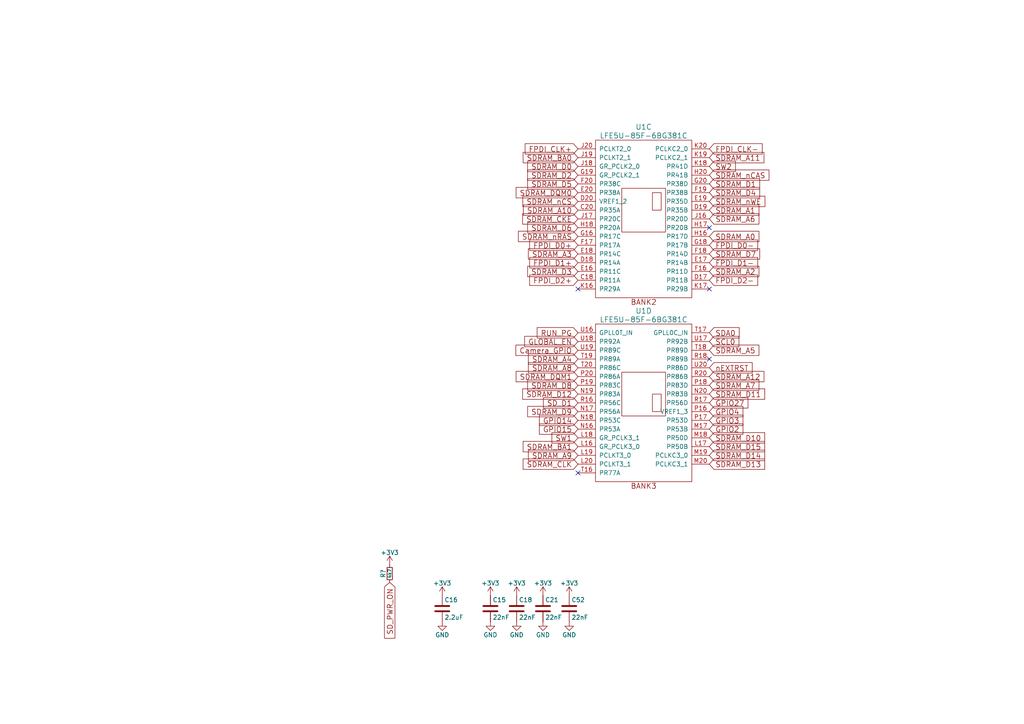
<source format=kicad_sch>
(kicad_sch (version 20231120) (generator "eeschema") (generator_version "8.0")
  (paper "A4")
  (title_block (title "${project_name}") (date "2025-04-05") (rev "${project_version}") (company "${project_creator}") (comment 1 "${project_license}") (comment 2 "License: CERN-OHL-S v2"))
  (lib_symbols
    (symbol "Device:C" (pin_numbers hide) (pin_names (offset 0.254))
      (property "Reference" "C" (at 0.635 2.54 0))
      (property "Value" "C" (at 0.635 -2.54 0))
      (symbol "C_0_1"
        (polyline (pts (xy -2.032 -0.762) (xy 2.032 -0.762)) (stroke (width 0.508)))
        (polyline (pts (xy -2.032 0.762) (xy 2.032 0.762)) (stroke (width 0.508)))
      )
      (symbol "C_1_1"
        (pin passive line (at 0 3.81 270) (length 2.794) (name "~") (number "1"))
        (pin passive line (at 0 -3.81 90) (length 2.794) (name "~") (number "2"))
      )
    )
    (symbol "Device:R_Small" (pin_numbers hide) (pin_names (offset 0.254) hide)
      (property "Reference" "R" (at 0.762 0.508 0))
      (property "Value" "R_Small" (at 0.762 -1.016 0))
      (symbol "R_Small_0_1"
        (rectangle (start -0.762 1.778) (end 0.762 -1.778) (stroke (width 0.2032)))
      )
      (symbol "R_Small_1_1"
        (pin passive line (at 0 2.54 270) (length 0.762) (name "~") (number "1"))
        (pin passive line (at 0 -2.54 90) (length 0.762) (name "~") (number "2"))
      )
    )
    (symbol "lfe5bg381:LFE5UM-85F-6BG381C" (pin_names (offset 1.016))
      (property "Reference" "U" (at 0 24.13 0))
      (property "Value" "LFE5UM-85F-6BG381C" (at 0 21.59 0))
      (symbol "LFE5UM-85F-6BG381C_1_1"
        (rectangle (start -13.97 20.32) (end 13.97 -17.78))
        (rectangle (start -6.35 6.35) (end 6.35 -6.35))
        (rectangle (start -5.08 5.08) (end 0 2.54))
        (text "BANK0" (at 0 -19.05 0) (effects (font (size 1.524 1.524))))
        (pin input line (at -19.05 15.24 0) (length 5.08) (name "PCLKT0_1") (number "A10"))
        (pin input line (at 19.05 15.24 180) (length 5.08) (name "PCLKC0_1") (number "A11"))
        (pin input line (at -19.05 -10.16 0) (length 5.08) (name "PT4A") (number "A6"))
        (pin input line (at -19.05 5.08 0) (length 5.08) (name "PT18A") (number "A7"))
        (pin input line (at 19.05 5.08 180) (length 5.08) (name "PT18B") (number "A8"))
        (pin input line (at -19.05 12.7 0) (length 5.08) (name "GR_PCLK0_1") (number "A9"))
        (pin input line (at 19.05 12.7 180) (length 5.08) (name "GR_PCLK0_0") (number "B10"))
        (pin input line (at -19.05 17.78 0) (length 5.08) (name "PCLKT0_0") (number "B11"))
        (pin input line (at 19.05 -10.16 180) (length 5.08) (name "PT4B") (number "B6"))
        (pin input line (at 19.05 2.54 180) (length 5.08) (name "PT15B") (number "B8"))
        (pin input line (at -19.05 10.16 0) (length 5.08) (name "PT58A") (number "B9"))
        (pin input line (at 19.05 10.16 180) (length 5.08) (name "PT58B") (number "C10"))
        (pin input line (at 19.05 17.78 180) (length 5.08) (name "PCLKC0_0") (number "C11"))
        (pin input line (at -19.05 -2.54 0) (length 5.08) (name "PT11A") (number "C6"))
        (pin input line (at 19.05 -2.54 180) (length 5.08) (name "PT11B") (number "C7"))
        (pin input line (at -19.05 2.54 0) (length 5.08) (name "PT15A") (number "C8"))
        (pin input line (at -19.05 -15.24 0) (length 5.08) (name "PT54A") (number "C9"))
        (pin input line (at -19.05 -12.7 0) (length 5.08) (name "PT56A") (number "D10"))
        (pin input line (at 19.05 -7.62 180) (length 5.08) (name "PT6B") (number "D6"))
        (pin input line (at 19.05 -5.08 180) (length 5.08) (name "PT9B") (number "D7"))
        (pin input line (at 19.05 0 180) (length 5.08) (name "PT13B") (number "D8"))
        (pin input line (at -19.05 7.62 0) (length 5.08) (name "PT20A") (number "D9"))
        (pin input line (at 19.05 -12.7 180) (length 5.08) (name "PT56B") (number "E10"))
        (pin input line (at -19.05 -7.62 0) (length 5.08) (name "PT6A") (number "E6"))
        (pin input line (at -19.05 -5.08 0) (length 5.08) (name "PT9A") (number "E7"))
        (pin input line (at -19.05 0 0) (length 5.08) (name "PT13A") (number "E8"))
        (pin input line (at 19.05 7.62 180) (length 5.08) (name "PT20B") (number "E9"))
      )
      (symbol "LFE5UM-85F-6BG381C_2_0"
        (text "BANK1" (at 0 -26.67 0) (effects (font (size 1.524 1.524))))
      )
      (symbol "LFE5UM-85F-6BG381C_2_1"
        (rectangle (start -13.97 20.32) (end 13.97 -25.4))
        (rectangle (start -6.35 6.35) (end 6.35 -6.35))
        (rectangle (start 0 5.08) (end 5.08 2.54))
        (pin input line (at -19.05 -12.7 0) (length 5.08) (name "PT76A") (number "A12"))
        (pin input line (at 19.05 -12.7 180) (length 5.08) (name "PT76B") (number "A13"))
        (pin input line (at -19.05 -5.08 0) (length 5.08) (name "PT83A") (number "A14"))
        (pin input line (at -19.05 -22.86 0) (length 5.08) (name "PT103A") (number "A15"))
        (pin input line (at -19.05 5.08 0) (length 5.08) (name "PT110A") (number "A16"))
        (pin input line (at -19.05 12.7 0) (length 5.08) (name "PT116A") (number "A17"))
        (pin input line (at -19.05 15.24 0) (length 5.08) (name "PT119A") (number "A18"))
        (pin input line (at -19.05 17.78 0) (length 5.08) (name "PT121A") (number "A19"))
        (pin input line (at -19.05 -17.78 0) (length 5.08) (name "PCLKT1_0") (number "B12"))
        (pin input line (at -19.05 -10.16 0) (length 5.08) (name "PT78A") (number "B13"))
        (pin input line (at -19.05 0 0) (length 5.08) (name "PT105A") (number "B15"))
        (pin input line (at 19.05 5.08 180) (length 5.08) (name "PT110B") (number "B16"))
        (pin input line (at -19.05 10.16 0) (length 5.08) (name "PT114A") (number "B17"))
        (pin input line (at 19.05 12.7 180) (length 5.08) (name "PT116B") (number "B18"))
        (pin input line (at 19.05 15.24 180) (length 5.08) (name "PT119B") (number "B19"))
        (pin input line (at 19.05 17.78 180) (length 5.08) (name "PT121B") (number "B20"))
        (pin input line (at 19.05 -17.78 180) (length 5.08) (name "PCLKC1_0") (number "C12"))
        (pin input line (at 19.05 -10.16 180) (length 5.08) (name "PT78B") (number "C13"))
        (pin input line (at 19.05 -5.08 180) (length 5.08) (name "PT83B") (number "C14"))
        (pin input line (at 19.05 0 180) (length 5.08) (name "PT105B") (number "C15"))
        (pin input line (at -19.05 7.62 0) (length 5.08) (name "PT112A") (number "C16"))
        (pin input line (at 19.05 10.16 180) (length 5.08) (name "PT114B") (number "C17"))
        (pin input line (at -19.05 -20.32 0) (length 5.08) (name "PCLKT1_1") (number "D11"))
        (pin input line (at -19.05 -15.24 0) (length 5.08) (name "GR_PCLK1_0") (number "D12"))
        (pin input line (at -19.05 -7.62 0) (length 5.08) (name "PT80A") (number "D13"))
        (pin input line (at -19.05 -2.54 0) (length 5.08) (name "PT85A") (number "D14"))
        (pin input line (at -19.05 2.54 0) (length 5.08) (name "PT107A") (number "D15"))
        (pin input line (at 19.05 7.62 180) (length 5.08) (name "PT112B") (number "D16"))
        (pin input line (at 19.05 -20.32 180) (length 5.08) (name "PCLKC1_1") (number "E11"))
        (pin input line (at 19.05 -15.24 180) (length 5.08) (name "GR_PCLK1_1") (number "E12"))
        (pin input line (at 19.05 -7.62 180) (length 5.08) (name "PT80B") (number "E13"))
        (pin input line (at 19.05 -2.54 180) (length 5.08) (name "PT85B") (number "E14"))
        (pin input line (at 19.05 2.54 180) (length 5.08) (name "PT107B") (number "E15"))
      )
      (symbol "LFE5UM-85F-6BG381C_3_0"
        (text "BANK2" (at 0 -26.67 0) (effects (font (size 1.524 1.524))))
      )
      (symbol "LFE5UM-85F-6BG381C_3_1"
        (rectangle (start -13.97 20.32) (end 13.97 -25.4))
        (rectangle (start -6.35 6.35) (end 6.35 -6.35))
        (rectangle (start 5.08 5.08) (end 2.54 0))
        (pin input line (at -19.05 -20.32 0) (length 5.08) (name "PR11A") (number "C18"))
        (pin input line (at -19.05 0 0) (length 5.08) (name "PR35A") (number "C20"))
        (pin input line (at 19.05 -20.32 180) (length 5.08) (name "PR11B") (number "D17"))
        (pin input line (at -19.05 -15.24 0) (length 5.08) (name "PR14A") (number "D18"))
        (pin input line (at 19.05 0 180) (length 5.08) (name "PR35B") (number "D19"))
        (pin input line (at -19.05 2.54 0) (length 5.08) (name "VREF1_2") (number "D20"))
        (pin input line (at -19.05 -17.78 0) (length 5.08) (name "PR11C") (number "E16"))
        (pin input line (at 19.05 -15.24 180) (length 5.08) (name "PR14B") (number "E17"))
        (pin input line (at -19.05 -12.7 0) (length 5.08) (name "PR14C") (number "E18"))
        (pin input line (at 19.05 2.54 180) (length 5.08) (name "PR35D") (number "E19"))
        (pin input line (at -19.05 5.08 0) (length 5.08) (name "PR38A") (number "E20"))
        (pin input line (at 19.05 -17.78 180) (length 5.08) (name "PR11D") (number "F16"))
        (pin input line (at -19.05 -10.16 0) (length 5.08) (name "PR17A") (number "F17"))
        (pin input line (at 19.05 -12.7 180) (length 5.08) (name "PR14D") (number "F18"))
        (pin input line (at 19.05 5.08 180) (length 5.08) (name "PR38B") (number "F19"))
        (pin input line (at -19.05 7.62 0) (length 5.08) (name "PR38C") (number "F20"))
        (pin input line (at -19.05 -7.62 0) (length 5.08) (name "PR17C") (number "G16"))
        (pin input line (at 19.05 -10.16 180) (length 5.08) (name "PR17B") (number "G18"))
        (pin input line (at -19.05 10.16 0) (length 5.08) (name "GR_PCLK2_1") (number "G19"))
        (pin input line (at 19.05 7.62 180) (length 5.08) (name "PR38D") (number "G20"))
        (pin input line (at 19.05 -7.62 180) (length 5.08) (name "PR17D") (number "H16"))
        (pin input line (at 19.05 -5.08 180) (length 5.08) (name "PR20B") (number "H17"))
        (pin input line (at -19.05 -5.08 0) (length 5.08) (name "PR20A") (number "H18"))
        (pin input line (at 19.05 10.16 180) (length 5.08) (name "PR41B") (number "H20"))
        (pin input line (at 19.05 -2.54 180) (length 5.08) (name "PR20D") (number "J16"))
        (pin input line (at -19.05 -2.54 0) (length 5.08) (name "PR20C") (number "J17"))
        (pin input line (at -19.05 12.7 0) (length 5.08) (name "GR_PCLK2_0") (number "J18"))
        (pin input line (at -19.05 15.24 0) (length 5.08) (name "PCLKT2_1") (number "J19"))
        (pin input line (at -19.05 17.78 0) (length 5.08) (name "PCLKT2_0") (number "J20"))
        (pin input line (at -19.05 -22.86 0) (length 5.08) (name "PR29A") (number "K16"))
        (pin input line (at 19.05 -22.86 180) (length 5.08) (name "PR29B") (number "K17"))
        (pin input line (at 19.05 12.7 180) (length 5.08) (name "PR41D") (number "K18"))
        (pin input line (at 19.05 15.24 180) (length 5.08) (name "PCLKC2_1") (number "K19"))
        (pin input line (at 19.05 17.78 180) (length 5.08) (name "PCLKC2_0") (number "K20"))
      )
      (symbol "LFE5UM-85F-6BG381C_4_0"
        (text "BANK3" (at 0 -26.67 0) (effects (font (size 1.524 1.524))))
      )
      (symbol "LFE5UM-85F-6BG381C_4_1"
        (rectangle (start -13.97 20.32) (end 13.97 -25.4))
        (rectangle (start -6.35 6.35) (end 6.35 -6.35))
        (rectangle (start 2.54 0) (end 5.08 -5.08))
        (pin input line (at -19.05 -15.24 0) (length 5.08) (name "GR_PCLK3_0") (number "L16"))
        (pin input line (at 19.05 -15.24 180) (length 5.08) (name "PR50B") (number "L17"))
        (pin input line (at -19.05 -12.7 0) (length 5.08) (name "GR_PCLK3_1") (number "L18"))
        (pin input line (at -19.05 -17.78 0) (length 5.08) (name "PCLKT3_0") (number "L19"))
        (pin input line (at -19.05 -20.32 0) (length 5.08) (name "PCLKT3_1") (number "L20"))
        (pin input line (at 19.05 -10.16 180) (length 5.08) (name "PR53B") (number "M17"))
        (pin input line (at 19.05 -12.7 180) (length 5.08) (name "PR50D") (number "M18"))
        (pin input line (at 19.05 -17.78 180) (length 5.08) (name "PCLKC3_0") (number "M19"))
        (pin input line (at 19.05 -20.32 180) (length 5.08) (name "PCLKC3_1") (number "M20"))
        (pin input line (at -19.05 -10.16 0) (length 5.08) (name "PR53A") (number "N16"))
        (pin input line (at -19.05 -5.08 0) (length 5.08) (name "PR56A") (number "N17"))
        (pin input line (at -19.05 -7.62 0) (length 5.08) (name "PR53C") (number "N18"))
        (pin input line (at -19.05 0 0) (length 5.08) (name "PR83A") (number "N19"))
        (pin input line (at 19.05 0 180) (length 5.08) (name "PR83B") (number "N20"))
        (pin input line (at 19.05 -5.08 180) (length 5.08) (name "VREF1_3") (number "P16"))
        (pin input line (at 19.05 -7.62 180) (length 5.08) (name "PR53D") (number "P17"))
        (pin input line (at 19.05 2.54 180) (length 5.08) (name "PR83D") (number "P18"))
        (pin input line (at -19.05 2.54 0) (length 5.08) (name "PR83C") (number "P19"))
        (pin input line (at -19.05 5.08 0) (length 5.08) (name "PR86A") (number "P20"))
        (pin input line (at -19.05 -2.54 0) (length 5.08) (name "PR56C") (number "R16"))
        (pin input line (at 19.05 -2.54 180) (length 5.08) (name "PR56D") (number "R17"))
        (pin input line (at 19.05 10.16 180) (length 5.08) (name "PR89B") (number "R18"))
        (pin input line (at 19.05 5.08 180) (length 5.08) (name "PR86B") (number "R20"))
        (pin input line (at -19.05 -22.86 0) (length 5.08) (name "PR77A") (number "T16"))
        (pin input line (at 19.05 17.78 180) (length 5.08) (name "GPLL0C_IN") (number "T17"))
        (pin input line (at 19.05 12.7 180) (length 5.08) (name "PR89D") (number "T18"))
        (pin input line (at -19.05 10.16 0) (length 5.08) (name "PR89A") (number "T19"))
        (pin input line (at -19.05 7.62 0) (length 5.08) (name "PR86C") (number "T20"))
        (pin input line (at -19.05 17.78 0) (length 5.08) (name "GPLL0T_IN") (number "U16"))
        (pin input line (at 19.05 15.24 180) (length 5.08) (name "PR92B") (number "U17"))
        (pin input line (at -19.05 15.24 0) (length 5.08) (name "PR92A") (number "U18"))
        (pin input line (at -19.05 12.7 0) (length 5.08) (name "PR89C") (number "U19"))
        (pin input line (at 19.05 7.62 180) (length 5.08) (name "PR86D") (number "U20"))
      )
      (symbol "LFE5UM-85F-6BG381C_5_0"
        (text "BANK6" (at 0 -26.67 0) (effects (font (size 1.524 1.524))))
      )
      (symbol "LFE5UM-85F-6BG381C_5_1"
        (rectangle (start -13.97 20.32) (end 13.97 -25.4))
        (rectangle (start -6.35 6.35) (end 6.35 -6.35))
        (rectangle (start -5.08 0) (end -2.54 -5.08))
        (pin input line (at 19.05 15.24 180) (length 5.08) (name "PCLKC6_1") (number "F1"))
        (pin input line (at 19.05 17.78 180) (length 5.08) (name "PCLKC6_0") (number "G1"))
        (pin input line (at -19.05 15.24 0) (length 5.08) (name "PCLKT6_1") (number "G2"))
        (pin input line (at -19.05 7.62 0) (length 5.08) (name "PL53C") (number "H1"))
        (pin input line (at -19.05 17.78 0) (length 5.08) (name "PCLKT6_0") (number "H2"))
        (pin input line (at 19.05 5.08 180) (length 5.08) (name "PL53B") (number "J1"))
        (pin input line (at -19.05 12.7 0) (length 5.08) (name "GR_PCLK6_1") (number "J3"))
        (pin input line (at -19.05 10.16 0) (length 5.08) (name "GR_PCLK6_0") (number "J4"))
        (pin input line (at 19.05 10.16 180) (length 5.08) (name "PL50B") (number "J5"))
        (pin input line (at 19.05 7.62 180) (length 5.08) (name "PL53D") (number "K1"))
        (pin input line (at -19.05 5.08 0) (length 5.08) (name "PL53A") (number "K2"))
        (pin input line (at 19.05 12.7 180) (length 5.08) (name "PL50D") (number "K3"))
        (pin input line (at -19.05 0 0) (length 5.08) (name "PL56A") (number "K4"))
        (pin input line (at 19.05 0 180) (length 5.08) (name "VREF1_6") (number "K5"))
        (pin input line (at -19.05 -12.7 0) (length 5.08) (name "PL65C") (number "L1"))
        (pin input line (at 19.05 -7.62 180) (length 5.08) (name "PL86D") (number "L2"))
        (pin input line (at -19.05 -7.62 0) (length 5.08) (name "PL86C") (number "L3"))
        (pin input line (at -19.05 2.54 0) (length 5.08) (name "PL56C") (number "L4"))
        (pin input line (at 19.05 2.54 180) (length 5.08) (name "PL56D") (number "L5"))
        (pin input line (at 19.05 -15.24 180) (length 5.08) (name "PL89B") (number "M1"))
        (pin input line (at 19.05 -10.16 180) (length 5.08) (name "PL86B") (number "M3"))
        (pin input line (at -19.05 -5.08 0) (length 5.08) (name "PL83A") (number "M4"))
        (pin input line (at -19.05 -22.86 0) (length 5.08) (name "PL77A") (number "M5"))
        (pin input line (at 19.05 -12.7 180) (length 5.08) (name "PL89D") (number "N1"))
        (pin input line (at -19.05 -15.24 0) (length 5.08) (name "PL65A") (number "N2"))
        (pin input line (at -19.05 -10.16 0) (length 5.08) (name "PL86A") (number "N3"))
        (pin input line (at -19.05 -2.54 0) (length 5.08) (name "PL83C") (number "N4"))
        (pin input line (at 19.05 -5.08 180) (length 5.08) (name "PL83B") (number "N5"))
        (pin input line (at -19.05 -20.32 0) (length 5.08) (name "PL92A") (number "P1"))
        (pin input line (at 19.05 -20.32 180) (length 5.08) (name "PL92B") (number "P2"))
        (pin input line (at -19.05 -17.78 0) (length 5.08) (name "GPLL0T_IN") (number "P3"))
        (pin input line (at 19.05 -17.78 180) (length 5.08) (name "GPLL0C_IN") (number "P4"))
        (pin input line (at 19.05 -2.54 180) (length 5.08) (name "PL83D") (number "P5"))
      )
      (symbol "LFE5UM-85F-6BG381C_6_0"
        (text "BANK7" (at 0 -24.13 0) (effects (font (size 1.524 1.524))))
      )
      (symbol "LFE5UM-85F-6BG381C_6_1"
        (rectangle (start -13.97 20.32) (end 13.97 -22.86))
        (rectangle (start -6.35 6.35) (end 6.35 -6.35))
        (rectangle (start -5.08 5.08) (end -2.54 0))
        (pin input line (at -19.05 -5.08 0) (length 5.08) (name "PL35A") (number "A2"))
        (pin input line (at -19.05 12.7 0) (length 5.08) (name "PL14C") (number "A3"))
        (pin input line (at -19.05 15.24 0) (length 5.08) (name "PL11A") (number "A4"))
        (pin input line (at 19.05 15.24 180) (length 5.08) (name "PL11B") (number "A5"))
        (pin input line (at 19.05 -5.08 180) (length 5.08) (name "PL35B") (number "B1"))
        (pin input line (at -19.05 -2.54 0) (length 5.08) (name "VREF1_7") (number "B2"))
        (pin input line (at 19.05 12.7 180) (length 5.08) (name "PL14D") (number "B3"))
        (pin input line (at 19.05 10.16 180) (length 5.08) (name "PL14B") (number "B4"))
        (pin input line (at -19.05 17.78 0) (length 5.08) (name "PL11C") (number "B5"))
        (pin input line (at -19.05 -10.16 0) (length 5.08) (name "PL38A") (number "C1"))
        (pin input line (at 19.05 -2.54 180) (length 5.08) (name "PL35D") (number "C2"))
        (pin input line (at -19.05 7.62 0) (length 5.08) (name "PL17C") (number "C3"))
        (pin input line (at -19.05 10.16 0) (length 5.08) (name "PL14A") (number "C4"))
        (pin input line (at 19.05 17.78 180) (length 5.08) (name "PL11D") (number "C5"))
        (pin input line (at 19.05 -10.16 180) (length 5.08) (name "PL38B") (number "D1"))
        (pin input line (at -19.05 -7.62 0) (length 5.08) (name "PL38C") (number "D2"))
        (pin input line (at 19.05 7.62 180) (length 5.08) (name "PL17D") (number "D3"))
        (pin input line (at 19.05 5.08 180) (length 5.08) (name "PL17B") (number "D5"))
        (pin input line (at 19.05 -7.62 180) (length 5.08) (name "PL38D") (number "E1"))
        (pin input line (at 19.05 -17.78 180) (length 5.08) (name "PCLKC7_0") (number "E2"))
        (pin input line (at 19.05 0 180) (length 5.08) (name "PL20B") (number "E3"))
        (pin input line (at -19.05 5.08 0) (length 5.08) (name "PL17A") (number "E4"))
        (pin input line (at -19.05 2.54 0) (length 5.08) (name "PL20C") (number "E5"))
        (pin input line (at -19.05 -17.78 0) (length 5.08) (name "PCLKT7_0") (number "F2"))
        (pin input line (at 19.05 -20.32 180) (length 5.08) (name "PCLKC7_1") (number "F3"))
        (pin input line (at -19.05 0 0) (length 5.08) (name "PL20A") (number "F4"))
        (pin input line (at 19.05 2.54 180) (length 5.08) (name "PL20D") (number "F5"))
        (pin input line (at -19.05 -20.32 0) (length 5.08) (name "PCLKT7_1") (number "G3"))
        (pin input line (at 19.05 -15.24 180) (length 5.08) (name "PL41B") (number "G5"))
        (pin input line (at 19.05 -12.7 180) (length 5.08) (name "PL41D") (number "H3"))
        (pin input line (at -19.05 -15.24 0) (length 5.08) (name "GR_PCLK7_1") (number "H4"))
        (pin input line (at -19.05 -12.7 0) (length 5.08) (name "GR_PCLK7_0") (number "H5"))
      )
      (symbol "LFE5UM-85F-6BG381C_7_0"
        (text "BANK8" (at 0 -24.13 0) (effects (font (size 1.524 1.524))))
      )
      (symbol "LFE5UM-85F-6BG381C_7_1"
        (rectangle (start -13.97 20.32) (end 13.97 -22.86))
        (rectangle (start -6.35 6.35) (end 6.35 -6.35))
        (rectangle (start -5.08 -5.08) (end 0 -2.54))
        (pin input line (at -19.05 17.78 0) (length 5.08) (name "D7") (number "R1"))
        (pin input line (at -19.05 5.08 0) (length 5.08) (name "CSSPIN") (number "R2"))
        (pin input line (at 19.05 5.08 180) (length 5.08) (name "DOUT/CSOn") (number "R3"))
        (pin input line (at -19.05 -10.16 0) (length 5.08) (name "CFG_2") (number "R4"))
        (pin input line (at 19.05 17.78 180) (length 5.08) (name "D6") (number "T1"))
        (pin input line (at -19.05 7.62 0) (length 5.08) (name "SN/CSn") (number "T2"))
        (pin input line (at -19.05 -2.54 0) (length 5.08) (name "WRITEn") (number "T3"))
        (pin input line (at -19.05 -12.7 0) (length 5.08) (name "CFG_1") (number "T4"))
        (pin input line (at -19.05 15.24 0) (length 5.08) (name "D5/MISO2") (number "U1"))
        (pin input line (at 19.05 7.62 180) (length 5.08) (name "CS1n") (number "U2"))
        (pin input line (at -19.05 -5.08 0) (length 5.08) (name "CCLK") (number "U3"))
        (pin input line (at -19.05 -15.24 0) (length 5.08) (name "CFG_0") (number "U4"))
        (pin input line (at 19.05 15.24 180) (length 5.08) (name "D4/MOSI2") (number "V1"))
        (pin input line (at -19.05 10.16 0) (length 5.08) (name "D1/MISO") (number "V2"))
        (pin input line (at -19.05 2.54 0) (length 5.08) (name "INITn") (number "V3"))
        (pin input line (at -19.05 12.7 0) (length 5.08) (name "D3/HOLDn") (number "W1"))
        (pin input line (at 19.05 10.16 180) (length 5.08) (name "D0/MOSI") (number "W2"))
        (pin input line (at -19.05 0 0) (length 5.08) (name "PROGRAMn") (number "W3"))
        (pin input line (at 19.05 12.7 180) (length 5.08) (name "D2/WPn") (number "Y2"))
        (pin input line (at -19.05 -7.62 0) (length 5.08) (name "DONE") (number "Y3"))
      )
      (symbol "LFE5UM-85F-6BG381C_8_0"
        (text "BANK50,51" (at 0 -27.94 0) (effects (font (size 1.524 1.524))))
        (text "SERDES" (at 0 -30.48 0) (effects (font (size 1.524 1.524))))
      )
      (symbol "LFE5UM-85F-6BG381C_8_1"
        (rectangle (start -16.51 25.4) (end 16.51 -26.67))
        (rectangle (start -6.35 6.35) (end 6.35 -6.35))
        (rectangle (start 3.81 -5.08) (end -3.81 -3.81))
        (pin input line (at 21.59 8.89 180) (length 5.08) (name "VCCHTX0_D0CH1") (number "T10"))
        (pin input line (at -21.59 -7.62 0) (length 5.08) (name "VCCHTX0_D1CH0") (number "T11"))
        (pin input line (at -21.59 -10.16 0) (length 5.08) (name "VCCHRX0_D1CH0") (number "T12"))
        (pin input line (at 21.59 -10.16 180) (length 5.08) (name "VCCHRX0_D1CH1") (number "T13"))
        (pin input line (at 21.59 -7.62 180) (length 5.08) (name "VCCHTX0_D1CH1") (number "T14"))
        (pin input line (at -21.59 -2.54 0) (length 5.08) (name "VCCA1") (number "T15"))
        (pin input line (at -21.59 3.81 0) (length 5.08) (name "VCCA0") (number "T6"))
        (pin input line (at -21.59 8.89 0) (length 5.08) (name "VCCHTX0_D0CH0") (number "T7"))
        (pin input line (at -21.59 6.35 0) (length 5.08) (name "VCCHRX0_D0CH0") (number "T8"))
        (pin input line (at 21.59 6.35 180) (length 5.08) (name "VCCHRX0_D0CH1") (number "T9"))
        (pin input line (at -21.59 -5.08 0) (length 5.08) (name "VCCA1") (number "U15"))
        (pin input line (at -21.59 1.27 0) (length 5.08) (name "VCCA0") (number "U6"))
        (pin input line (at 21.59 3.81 180) (length 5.08) (name "VCCAUXA0") (number "V10"))
        (pin input line (at 21.59 1.27 180) (length 5.08) (name "VCCAUXA0") (number "V11"))
        (pin input line (at 21.59 -2.54 180) (length 5.08) (name "VCCAUXA1") (number "V17"))
        (pin input line (at 21.59 -5.08 180) (length 5.08) (name "VCCAUXA1") (number "V18"))
        (pin input line (at -21.59 -16.51 0) (length 5.08) (name "HDTXP0_D1CH0") (number "W13"))
        (pin input line (at 21.59 -16.51 180) (length 5.08) (name "HDTXN0_D1CH0") (number "W14"))
        (pin input line (at -21.59 -21.59 0) (length 5.08) (name "HDTXP0_D1CH1") (number "W17"))
        (pin input line (at 21.59 -21.59 180) (length 5.08) (name "HDTXN0_D1CH1") (number "W18"))
        (pin input line (at 21.59 -13.97 180) (length 5.08) (name "REFCLKN_D1") (number "W20"))
        (pin input line (at -21.59 20.32 0) (length 5.08) (name "HDTXP0_D0CH0") (number "W4"))
        (pin input line (at 21.59 20.32 180) (length 5.08) (name "HDTXN0_D0CH0") (number "W5"))
        (pin input line (at -21.59 15.24 0) (length 5.08) (name "HDTXP0_D0CH1") (number "W8"))
        (pin input line (at 21.59 15.24 180) (length 5.08) (name "HDTXN0_D0CH1") (number "W9"))
        (pin input line (at -21.59 22.86 0) (length 5.08) (name "REFCLKP_D0") (number "Y11"))
        (pin input line (at 21.59 22.86 180) (length 5.08) (name "REFCLKN_D0") (number "Y12"))
        (pin input line (at -21.59 -19.05 0) (length 5.08) (name "HDRXP0_D1CH0") (number "Y14"))
        (pin input line (at 21.59 -19.05 180) (length 5.08) (name "HDRXN0_D1CH0") (number "Y15"))
        (pin input line (at -21.59 -24.13 0) (length 5.08) (name "HDRXP0_D1CH1") (number "Y16"))
        (pin input line (at 21.59 -24.13 180) (length 5.08) (name "HDRXN0_D1CH1") (number "Y17"))
        (pin input line (at -21.59 -13.97 0) (length 5.08) (name "REFCLKP_D1") (number "Y19"))
        (pin input line (at -21.59 17.78 0) (length 5.08) (name "HDRXP0_D0CH0") (number "Y5"))
        (pin input line (at 21.59 17.78 180) (length 5.08) (name "HDRXN0_D0CH0") (number "Y6"))
        (pin input line (at -21.59 12.7 0) (length 5.08) (name "HDRXP0_D0CH1") (number "Y7"))
        (pin input line (at 21.59 12.7 180) (length 5.08) (name "HDRXN0_D0CH1") (number "Y8"))
      )
      (symbol "LFE5UM-85F-6BG381C_9_1"
        (rectangle (start -109.22 11.43) (end 118.11 -12.7))
        (rectangle (start -6.35 6.35) (end 6.35 -6.35))
        (rectangle (start -2.54 2.54) (end 2.54 -2.54))
        (text "POWER" (at 0 3.81 0) (effects (font (size 1.524 1.524))))
        (pin input line (at -77.47 -17.78 90) (length 5.08) (name "GND") (number "B14"))
        (pin input line (at 13.97 -17.78 90) (length 5.08) (name "GND") (number "B7"))
        (pin input line (at -97.79 -17.78 90) (length 5.08) (name "GND") (number "C19"))
        (pin input line (at 41.91 -17.78 90) (length 5.08) (name "GND") (number "D4"))
        (pin input line (at -40.64 16.51 270) (length 5.08) (name "VCCio0") (number "F10"))
        (pin input line (at -30.48 16.51 270) (length 5.08) (name "VCCio1") (number "F11"))
        (pin input line (at -33.02 16.51 270) (length 5.08) (name "VCCio1") (number "F12"))
        (pin input line (at -57.15 -17.78 90) (length 5.08) (name "GND") (number "F13"))
        (pin input line (at -74.93 -17.78 90) (length 5.08) (name "GND") (number "F14"))
        (pin input line (at -53.34 16.51 270) (length 5.08) (name "VCCAUX") (number "F15"))
        (pin input line (at -48.26 16.51 270) (length 5.08) (name "VCCAUX") (number "F6"))
        (pin input line (at 16.51 -17.78 90) (length 5.08) (name "GND") (number "F7"))
        (pin input line (at 6.35 -17.78 90) (length 5.08) (name "GND") (number "F8"))
        (pin input line (at -38.1 16.51 270) (length 5.08) (name "VCCio0") (number "F9"))
        (pin input line (at -19.05 -17.78 90) (length 5.08) (name "GND") (number "G10"))
        (pin input line (at -34.29 -17.78 90) (length 5.08) (name "GND") (number "G11"))
        (pin input line (at -49.53 -17.78 90) (length 5.08) (name "GND") (number "G12"))
        (pin input line (at -54.61 -17.78 90) (length 5.08) (name "GND") (number "G13"))
        (pin input line (at -72.39 -17.78 90) (length 5.08) (name "GND") (number "G14"))
        (pin input line (at -85.09 -17.78 90) (length 5.08) (name "GND") (number "G15"))
        (pin input line (at -90.17 -17.78 90) (length 5.08) (name "GND") (number "G17"))
        (pin input line (at 44.45 -17.78 90) (length 5.08) (name "GND") (number "G4"))
        (pin input line (at 34.29 -17.78 90) (length 5.08) (name "GND") (number "G6"))
        (pin input line (at 19.05 -17.78 90) (length 5.08) (name "GND") (number "G7"))
        (pin input line (at 8.89 -17.78 90) (length 5.08) (name "GND") (number "G8"))
        (pin input line (at -6.35 -17.78 90) (length 5.08) (name "GND") (number "G9"))
        (pin input line (at -81.28 16.51 270) (length 5.08) (name "VCC") (number "H10"))
        (pin input line (at -86.36 16.51 270) (length 5.08) (name "VCC") (number "H11"))
        (pin input line (at -91.44 16.51 270) (length 5.08) (name "VCC") (number "H12"))
        (pin input line (at -106.68 16.51 270) (length 5.08) (name "VCC") (number "H13"))
        (pin input line (at -20.32 16.51 270) (length 5.08) (name "VCCio2") (number "H14"))
        (pin input line (at -25.4 16.51 270) (length 5.08) (name "VCCio2") (number "H15"))
        (pin input line (at -95.25 -17.78 90) (length 5.08) (name "GND") (number "H19"))
        (pin input line (at 29.21 16.51 270) (length 5.08) (name "VCCio7") (number "H6"))
        (pin input line (at 26.67 16.51 270) (length 5.08) (name "VCCio7") (number "H7"))
        (pin input line (at -71.12 16.51 270) (length 5.08) (name "VCC") (number "H8"))
        (pin input line (at -76.2 16.51 270) (length 5.08) (name "VCC") (number "H9"))
        (pin input line (at -16.51 -17.78 90) (length 5.08) (name "GND") (number "J10"))
        (pin input line (at -31.75 -17.78 90) (length 5.08) (name "GND") (number "J11"))
        (pin input line (at -46.99 -17.78 90) (length 5.08) (name "GND") (number "J12"))
        (pin input line (at -104.14 16.51 270) (length 5.08) (name "VCC") (number "J13"))
        (pin input line (at -69.85 -17.78 90) (length 5.08) (name "GND") (number "J14"))
        (pin input line (at -22.86 16.51 270) (length 5.08) (name "VCCio2") (number "J15"))
        (pin input line (at 46.99 -17.78 90) (length 5.08) (name "GND") (number "J2"))
        (pin input line (at 31.75 16.51 270) (length 5.08) (name "VCCio7") (number "J6"))
        (pin input line (at 21.59 -17.78 90) (length 5.08) (name "GND") (number "J7"))
        (pin input line (at -68.58 16.51 270) (length 5.08) (name "VCC") (number "J8"))
        (pin input line (at -3.81 -17.78 90) (length 5.08) (name "GND") (number "J9"))
        (pin input line (at -13.97 -17.78 90) (length 5.08) (name "GND") (number "K10"))
        (pin input line (at -29.21 -17.78 90) (length 5.08) (name "GND") (number "K11"))
        (pin input line (at -44.45 -17.78 90) (length 5.08) (name "GND") (number "K12"))
        (pin input line (at -101.6 16.51 270) (length 5.08) (name "VCC") (number "K13"))
        (pin input line (at -67.31 -17.78 90) (length 5.08) (name "GND") (number "K14"))
        (pin input line (at -82.55 -17.78 90) (length 5.08) (name "GND") (number "K15"))
        (pin input line (at 36.83 -17.78 90) (length 5.08) (name "GND") (number "K6"))
        (pin input line (at 24.13 -17.78 90) (length 5.08) (name "GND") (number "K7"))
        (pin input line (at -66.04 16.51 270) (length 5.08) (name "VCC") (number "K8"))
        (pin input line (at -1.27 -17.78 90) (length 5.08) (name "GND") (number "K9"))
        (pin input line (at -11.43 -17.78 90) (length 5.08) (name "GND") (number "L10"))
        (pin input line (at -26.67 -17.78 90) (length 5.08) (name "GND") (number "L11"))
        (pin input line (at -41.91 -17.78 90) (length 5.08) (name "GND") (number "L12"))
        (pin input line (at -99.06 16.51 270) (length 5.08) (name "VCC") (number "L13"))
        (pin input line (at -10.16 16.51 270) (length 5.08) (name "VCCio3") (number "L14"))
        (pin input line (at -15.24 16.51 270) (length 5.08) (name "VCCio3") (number "L15"))
        (pin input line (at 19.05 16.51 270) (length 5.08) (name "VCCio6") (number "L6"))
        (pin input line (at 16.51 16.51 270) (length 5.08) (name "VCCio6") (number "L7"))
        (pin input line (at -63.5 16.51 270) (length 5.08) (name "VCC") (number "L8"))
        (pin input line (at 1.27 -17.78 90) (length 5.08) (name "GND") (number "L9"))
        (pin input line (at -8.89 -17.78 90) (length 5.08) (name "GND") (number "M10"))
        (pin input line (at -24.13 -17.78 90) (length 5.08) (name "GND") (number "M11"))
        (pin input line (at -39.37 -17.78 90) (length 5.08) (name "GND") (number "M12"))
        (pin input line (at -96.52 16.51 270) (length 5.08) (name "VCC") (number "M13"))
        (pin input line (at -64.77 -17.78 90) (length 5.08) (name "GND") (number "M14"))
        (pin input line (at -12.7 16.51 270) (length 5.08) (name "VCCio3") (number "M15"))
        (pin input line (at -87.63 -17.78 90) (length 5.08) (name "GND") (number "M16"))
        (pin input line (at 49.53 -17.78 90) (length 5.08) (name "GND") (number "M2"))
        (pin input line (at 21.59 16.51 270) (length 5.08) (name "VCCio6") (number "M6"))
        (pin input line (at 26.67 -17.78 90) (length 5.08) (name "GND") (number "M7"))
        (pin input line (at -60.96 16.51 270) (length 5.08) (name "VCC") (number "M8"))
        (pin input line (at 3.81 -17.78 90) (length 5.08) (name "GND") (number "M9"))
        (pin input line (at -78.74 16.51 270) (length 5.08) (name "VCC") (number "N10"))
        (pin input line (at -83.82 16.51 270) (length 5.08) (name "VCC") (number "N11"))
        (pin input line (at -88.9 16.51 270) (length 5.08) (name "VCC") (number "N12"))
        (pin input line (at -93.98 16.51 270) (length 5.08) (name "VCC") (number "N13"))
        (pin input line (at -62.23 -17.78 90) (length 5.08) (name "GND") (number "N14"))
        (pin input line (at -80.01 -17.78 90) (length 5.08) (name "GND") (number "N15"))
        (pin input line (at 39.37 -17.78 90) (length 5.08) (name "GND") (number "N6"))
        (pin input line (at 29.21 -17.78 90) (length 5.08) (name "GND") (number "N7"))
        (pin input line (at -58.42 16.51 270) (length 5.08) (name "VCC") (number "N8"))
        (pin input line (at -73.66 16.51 270) (length 5.08) (name "VCC") (number "N9"))
        (pin input line (at 36.83 16.51 270) (length 5.08) (name "VCCio8") (number "P10"))
        (pin input line (at -21.59 -17.78 90) (length 5.08) (name "GND") (number "P11"))
        (pin input line (at -36.83 -17.78 90) (length 5.08) (name "GND") (number "P12"))
        (pin input line (at -52.07 -17.78 90) (length 5.08) (name "GND") (number "P13"))
        (pin input line (at -59.69 -17.78 90) (length 5.08) (name "GND") (number "P14"))
        (pin input line (at -50.8 16.51 270) (length 5.08) (name "VCCAUX") (number "P15"))
        (pin input line (at -45.72 16.51 270) (length 5.08) (name "VCCAUX") (number "P6"))
        (pin input line (at 31.75 -17.78 90) (length 5.08) (name "GND") (number "P7"))
        (pin input line (at 11.43 -17.78 90) (length 5.08) (name "GND") (number "P8"))
        (pin input line (at 39.37 16.51 270) (length 5.08) (name "VCCio8") (number "P9"))
        (pin input line (at -92.71 -17.78 90) (length 5.08) (name "GND") (number "R19"))
        (pin input line (at 67.31 -17.78 90) (length 5.08) (name "GND") (number "U10"))
        (pin input line (at 115.57 -17.78 90) (length 5.08) (name "GND") (number "U11"))
        (pin input line (at 107.95 -17.78 90) (length 5.08) (name "GND") (number "U12"))
        (pin input line (at 102.87 -17.78 90) (length 5.08) (name "GND") (number "U13"))
        (pin input line (at 97.79 -17.78 90) (length 5.08) (name "GND") (number "U14"))
        (pin input line (at 59.69 -17.78 90) (length 5.08) (name "GND") (number "U7"))
        (pin input line (at 62.23 -17.78 90) (length 5.08) (name "GND") (number "U8"))
        (pin input line (at 64.77 -17.78 90) (length 5.08) (name "GND") (number "U9"))
        (pin input line (at 110.49 -17.78 90) (length 5.08) (name "GND") (number "V12"))
        (pin input line (at 105.41 -17.78 90) (length 5.08) (name "GND") (number "V13"))
        (pin input line (at 95.25 -17.78 90) (length 5.08) (name "GND") (number "V14"))
        (pin input line (at 82.55 -17.78 90) (length 5.08) (name "GND") (number "V15"))
        (pin input line (at 87.63 -17.78 90) (length 5.08) (name "GND") (number "V16"))
        (pin input line (at 92.71 -17.78 90) (length 5.08) (name "GND") (number "V19"))
        (pin input line (at 69.85 -17.78 90) (length 5.08) (name "GND") (number "V20"))
        (pin input line (at 72.39 -17.78 90) (length 5.08) (name "GND") (number "V5"))
        (pin input line (at 77.47 -17.78 90) (length 5.08) (name "GND") (number "V6"))
        (pin input line (at 52.07 -17.78 90) (length 5.08) (name "GND") (number "V7"))
        (pin input line (at 54.61 -17.78 90) (length 5.08) (name "GND") (number "V8"))
        (pin input line (at 57.15 -17.78 90) (length 5.08) (name "GND") (number "V9"))
        (pin input line (at 113.03 -17.78 90) (length 5.08) (name "GND") (number "W12"))
        (pin input line (at 100.33 -17.78 90) (length 5.08) (name "GND") (number "W15"))
        (pin input line (at 85.09 -17.78 90) (length 5.08) (name "GND") (number "W16"))
        (pin input line (at 90.17 -17.78 90) (length 5.08) (name "GND") (number "W19"))
        (pin input line (at 74.93 -17.78 90) (length 5.08) (name "GND") (number "W6"))
        (pin input line (at 80.01 -17.78 90) (length 5.08) (name "GND") (number "W7"))
      )
      (symbol "LFE5UM-85F-6BG381C_10_0"
        (text "JTAG" (at 0 1.27 0) (effects (font (size 1.524 1.524))))
      )
      (symbol "LFE5UM-85F-6BG381C_10_1"
        (rectangle (start -12.7 6.35) (end 7.62 -6.35))
        (text "PROG" (at 0 -1.27 0) (effects (font (size 1.524 1.524))))
        (pin input line (at -17.78 3.81 0) (length 5.08) (name "TDI") (number "R5"))
        (pin input line (at -17.78 -1.27 0) (length 5.08) (name "TCK") (number "T5"))
        (pin input line (at -17.78 -3.81 0) (length 5.08) (name "TMS") (number "U5"))
        (pin input line (at -17.78 1.27 0) (length 5.08) (name "TDO") (number "V4"))
      )
    )
    (symbol "ulx4m-rescue:+3V3-power" (power) (pin_names (offset 0))
      (property "Value" "power_+3V3" (at 0 3.556 0))
      (symbol "+3V3-power_0_1"
        (polyline (pts (xy -0.762 1.27) (xy 0 2.54)))
        (polyline (pts (xy 0 0) (xy 0 2.54)))
        (polyline (pts (xy 0 2.54) (xy 0.762 1.27)))
      )
      (symbol "+3V3-power_1_1"
        (pin power_in line (at 0 0 90) (length 0) hide (name "+3V3") (number "1"))
      )
    )
    (symbol "ulx4m-rescue:GND-power" (power) (pin_names (offset 0))
      (property "Value" "power_GND" (at 0 -3.81 0))
      (symbol "GND-power_0_1"
        (polyline (pts (xy 0 0) (xy 0 -1.27) (xy 1.27 -1.27) (xy 0 -2.54) (xy -1.27 -1.27) (xy 0 -1.27)))
      )
      (symbol "GND-power_1_1"
        (pin power_in line (at 0 0 270) (length 0) hide (name "GND") (number "1"))
      )
    )
  )
  (no_connect (at 205.74 66.04))
  (no_connect (at 205.74 104.14))
  (no_connect (at 205.74 83.82))
  (no_connect (at 167.64 137.16))
  (no_connect (at 167.64 83.82))
  (global_label "FPDI_D1+" (shape input) (at 167.64 76.2 180) (effects (font (size 1.524 1.524))) (property "Intersheetrefs" "${INTERSHEET_REFS}" (effects (hide yes))))
  (global_label "SW2" (shape input) (at 205.74 48.26 0) (effects (font (size 1.524 1.524))) (property "Intersheetrefs" "${INTERSHEET_REFS}" (effects (hide yes))))
  (global_label "SW1" (shape input) (at 167.64 127 180) (effects (font (size 1.524 1.524))) (property "Intersheetrefs" "${INTERSHEET_REFS}" (effects (hide yes))))
  (global_label "GPIO27" (shape input) (at 205.74 116.84 0) (effects (font (size 1.524 1.524))) (property "Intersheetrefs" "${INTERSHEET_REFS}" (effects (hide yes))))
  (global_label "SDRAM_A4" (shape input) (at 167.64 104.14 180) (effects (font (size 1.524 1.524))) (property "Intersheetrefs" "${INTERSHEET_REFS}" (effects (hide yes))))
  (global_label "RUN_PG" (shape input) (at 167.64 96.52 180) (effects (font (size 1.524 1.524))) (property "Intersheetrefs" "${INTERSHEET_REFS}" (effects (hide yes))))
  (global_label "SDRAM_BA0" (shape input) (at 167.64 45.72 180) (effects (font (size 1.524 1.524))) (property "Intersheetrefs" "${INTERSHEET_REFS}" (effects (hide yes))))
  (global_label "GPIO14" (shape input) (at 167.64 121.92 180) (effects (font (size 1.524 1.524))) (property "Intersheetrefs" "${INTERSHEET_REFS}" (effects (hide yes))))
  (global_label "SDRAM_D10" (shape input) (at 205.74 127 0) (effects (font (size 1.524 1.524))) (property "Intersheetrefs" "${INTERSHEET_REFS}" (effects (hide yes))))
  (global_label "SDRAM_A10" (shape input) (at 167.64 60.96 180) (effects (font (size 1.524 1.524))) (property "Intersheetrefs" "${INTERSHEET_REFS}" (effects (hide yes))))
  (global_label "FPDI_D0+" (shape input) (at 167.64 71.12 180) (effects (font (size 1.524 1.524))) (property "Intersheetrefs" "${INTERSHEET_REFS}" (effects (hide yes))))
  (global_label "GPIO4" (shape input) (at 205.74 119.38 0) (effects (font (size 1.524 1.524))) (property "Intersheetrefs" "${INTERSHEET_REFS}" (effects (hide yes))))
  (global_label "SDRAM_CKE" (shape input) (at 167.64 63.5 180) (effects (font (size 1.524 1.524))) (property "Intersheetrefs" "${INTERSHEET_REFS}" (effects (hide yes))))
  (global_label "GPIO15" (shape input) (at 167.64 124.46 180) (effects (font (size 1.524 1.524))) (property "Intersheetrefs" "${INTERSHEET_REFS}" (effects (hide yes))))
  (global_label "SDRAM_DQM1" (shape input) (at 167.64 109.22 180) (effects (font (size 1.524 1.524))) (property "Intersheetrefs" "${INTERSHEET_REFS}" (effects (hide yes))))
  (global_label "SDRAM_nCAS" (shape input) (at 205.74 50.8 0) (effects (font (size 1.524 1.524))) (property "Intersheetrefs" "${INTERSHEET_REFS}" (effects (hide yes))))
  (global_label "FPDI_CLK-" (shape input) (at 205.74 43.18 0) (effects (font (size 1.524 1.524))) (property "Intersheetrefs" "${INTERSHEET_REFS}" (effects (hide yes))))
  (global_label "GLOBAL_EN" (shape input) (at 167.64 99.06 180) (effects (font (size 1.524 1.524))) (property "Intersheetrefs" "${INTERSHEET_REFS}" (effects (hide yes))))
  (global_label "SD_PWR_ON" (shape input) (at 113.03 168.91 270) (effects (font (size 1.524 1.524))) (property "Intersheetrefs" "${INTERSHEET_REFS}" (effects (hide yes))))
  (global_label "SDRAM_D13" (shape input) (at 205.74 134.62 0) (effects (font (size 1.524 1.524))) (property "Intersheetrefs" "${INTERSHEET_REFS}" (effects (hide yes))))
  (global_label "SDRAM_A2" (shape input) (at 205.74 78.74 0) (effects (font (size 1.524 1.524))) (property "Intersheetrefs" "${INTERSHEET_REFS}" (effects (hide yes))))
  (global_label "FPDI_D2-" (shape input) (at 205.74 81.28 0) (effects (font (size 1.524 1.524))) (property "Intersheetrefs" "${INTERSHEET_REFS}" (effects (hide yes))))
  (global_label "SDRAM_CLK" (shape input) (at 167.64 134.62 180) (effects (font (size 1.524 1.524))) (property "Intersheetrefs" "${INTERSHEET_REFS}" (effects (hide yes))))
  (global_label "SCL0" (shape input) (at 205.74 99.06 0) (effects (font (size 1.524 1.524))) (property "Intersheetrefs" "${INTERSHEET_REFS}" (effects (hide yes))))
  (global_label "SDRAM_D15" (shape input) (at 205.74 129.54 0) (effects (font (size 1.524 1.524))) (property "Intersheetrefs" "${INTERSHEET_REFS}" (effects (hide yes))))
  (global_label "SDRAM_nWE" (shape input) (at 205.74 58.42 0) (effects (font (size 1.524 1.524))) (property "Intersheetrefs" "${INTERSHEET_REFS}" (effects (hide yes))))
  (global_label "SDRAM_nRAS" (shape input) (at 167.64 68.58 180) (effects (font (size 1.524 1.524))) (property "Intersheetrefs" "${INTERSHEET_REFS}" (effects (hide yes))))
  (global_label "SDRAM_A5" (shape input) (at 205.74 101.6 0) (effects (font (size 1.524 1.524))) (property "Intersheetrefs" "${INTERSHEET_REFS}" (effects (hide yes))))
  (global_label "SDRAM_A6" (shape input) (at 205.74 63.5 0) (effects (font (size 1.524 1.524))) (property "Intersheetrefs" "${INTERSHEET_REFS}" (effects (hide yes))))
  (global_label "SDRAM_A12" (shape input) (at 205.74 109.22 0) (effects (font (size 1.524 1.524))) (property "Intersheetrefs" "${INTERSHEET_REFS}" (effects (hide yes))))
  (global_label "SDRAM_D4" (shape input) (at 205.74 55.88 0) (effects (font (size 1.524 1.524))) (property "Intersheetrefs" "${INTERSHEET_REFS}" (effects (hide yes))))
  (global_label "SDRAM_D0" (shape input) (at 167.64 48.26 180) (effects (font (size 1.524 1.524))) (property "Intersheetrefs" "${INTERSHEET_REFS}" (effects (hide yes))))
  (global_label "SDRAM_A0" (shape input) (at 205.74 68.58 0) (effects (font (size 1.524 1.524))) (property "Intersheetrefs" "${INTERSHEET_REFS}" (effects (hide yes))))
  (global_label "SDRAM_D12" (shape input) (at 167.64 114.3 180) (effects (font (size 1.524 1.524))) (property "Intersheetrefs" "${INTERSHEET_REFS}" (effects (hide yes))))
  (global_label "SDRAM_D6" (shape input) (at 167.64 66.04 180) (effects (font (size 1.524 1.524))) (property "Intersheetrefs" "${INTERSHEET_REFS}" (effects (hide yes))))
  (global_label "SDRAM_A3" (shape input) (at 167.64 73.66 180) (effects (font (size 1.524 1.524))) (property "Intersheetrefs" "${INTERSHEET_REFS}" (effects (hide yes))))
  (global_label "SDRAM_D9" (shape input) (at 167.64 119.38 180) (effects (font (size 1.524 1.524))) (property "Intersheetrefs" "${INTERSHEET_REFS}" (effects (hide yes))))
  (global_label "SDRAM_BA1" (shape input) (at 167.64 129.54 180) (effects (font (size 1.524 1.524))) (property "Intersheetrefs" "${INTERSHEET_REFS}" (effects (hide yes))))
  (global_label "SDRAM_A9" (shape input) (at 167.64 132.08 180) (effects (font (size 1.524 1.524))) (property "Intersheetrefs" "${INTERSHEET_REFS}" (effects (hide yes))))
  (global_label "SDRAM_D1" (shape input) (at 205.74 53.34 0) (effects (font (size 1.524 1.524))) (property "Intersheetrefs" "${INTERSHEET_REFS}" (effects (hide yes))))
  (global_label "SDRAM_DQM0" (shape input) (at 167.64 55.88 180) (effects (font (size 1.524 1.524))) (property "Intersheetrefs" "${INTERSHEET_REFS}" (effects (hide yes))))
  (global_label "SDA0" (shape input) (at 205.74 96.52 0) (effects (font (size 1.524 1.524))) (property "Intersheetrefs" "${INTERSHEET_REFS}" (effects (hide yes))))
  (global_label "SD_D1" (shape input) (at 167.64 116.84 180) (effects (font (size 1.524 1.524))) (property "Intersheetrefs" "${INTERSHEET_REFS}" (effects (hide yes))))
  (global_label "FPDI_CLK+" (shape input) (at 167.64 43.18 180) (effects (font (size 1.524 1.524))) (property "Intersheetrefs" "${INTERSHEET_REFS}" (effects (hide yes))))
  (global_label "SDRAM_nCS" (shape input) (at 167.64 58.42 180) (effects (font (size 1.524 1.524))) (property "Intersheetrefs" "${INTERSHEET_REFS}" (effects (hide yes))))
  (global_label "SDRAM_A8" (shape input) (at 167.64 106.68 180) (effects (font (size 1.524 1.524))) (property "Intersheetrefs" "${INTERSHEET_REFS}" (effects (hide yes))))
  (global_label "SDRAM_D11" (shape input) (at 205.74 114.3 0) (effects (font (size 1.524 1.524))) (property "Intersheetrefs" "${INTERSHEET_REFS}" (effects (hide yes))))
  (global_label "SDRAM_D5" (shape input) (at 167.64 53.34 180) (effects (font (size 1.524 1.524))) (property "Intersheetrefs" "${INTERSHEET_REFS}" (effects (hide yes))))
  (global_label "Camera_GPIO" (shape input) (at 167.64 101.6 180) (effects (font (size 1.524 1.524))) (property "Intersheetrefs" "${INTERSHEET_REFS}" (effects (hide yes))))
  (global_label "SDRAM_D3" (shape input) (at 167.64 78.74 180) (effects (font (size 1.524 1.524))) (property "Intersheetrefs" "${INTERSHEET_REFS}" (effects (hide yes))))
  (global_label "SDRAM_A11" (shape input) (at 205.74 45.72 0) (effects (font (size 1.524 1.524))) (property "Intersheetrefs" "${INTERSHEET_REFS}" (effects (hide yes))))
  (global_label "GPIO2" (shape input) (at 205.74 124.46 0) (effects (font (size 1.524 1.524))) (property "Intersheetrefs" "${INTERSHEET_REFS}" (effects (hide yes))))
  (global_label "nEXTRST" (shape input) (at 205.74 106.68 0) (effects (font (size 1.524 1.524))) (property "Intersheetrefs" "${INTERSHEET_REFS}" (effects (hide yes))))
  (global_label "GPIO3" (shape input) (at 205.74 121.92 0) (effects (font (size 1.524 1.524))) (property "Intersheetrefs" "${INTERSHEET_REFS}" (effects (hide yes))))
  (global_label "SDRAM_D7" (shape input) (at 205.74 73.66 0) (effects (font (size 1.524 1.524))) (property "Intersheetrefs" "${INTERSHEET_REFS}" (effects (hide yes))))
  (global_label "SDRAM_D14" (shape input) (at 205.74 132.08 0) (effects (font (size 1.524 1.524))) (property "Intersheetrefs" "${INTERSHEET_REFS}" (effects (hide yes))))
  (global_label "FPDI_D2+" (shape input) (at 167.64 81.28 180) (effects (font (size 1.524 1.524))) (property "Intersheetrefs" "${INTERSHEET_REFS}" (effects (hide yes))))
  (global_label "FPDI_D0-" (shape input) (at 205.74 71.12 0) (effects (font (size 1.524 1.524))) (property "Intersheetrefs" "${INTERSHEET_REFS}" (effects (hide yes))))
  (global_label "FPDI_D1-" (shape input) (at 205.74 76.2 0) (effects (font (size 1.524 1.524))) (property "Intersheetrefs" "${INTERSHEET_REFS}" (effects (hide yes))))
  (global_label "SDRAM_D8" (shape input) (at 167.64 111.76 180) (effects (font (size 1.524 1.524))) (property "Intersheetrefs" "${INTERSHEET_REFS}" (effects (hide yes))))
  (global_label "SDRAM_A1" (shape input) (at 205.74 60.96 0) (effects (font (size 1.524 1.524))) (property "Intersheetrefs" "${INTERSHEET_REFS}" (effects (hide yes))))
  (global_label "SDRAM_D2" (shape input) (at 167.64 50.8 180) (effects (font (size 1.524 1.524))) (property "Intersheetrefs" "${INTERSHEET_REFS}" (effects (hide yes))))
  (global_label "SDRAM_A7" (shape input) (at 205.74 111.76 0) (effects (font (size 1.524 1.524))) (property "Intersheetrefs" "${INTERSHEET_REFS}" (effects (hide yes))))
  (symbol (lib_id "Device:C") (at 128.27 176.53 0) (unit 1)
    (property "Reference" "C16" (at 128.905 173.99 0) (effects (justify left)))
    (property "Value" "2.2uF" (at 128.905 179.07 0) (effects (justify left)))
    (property "Footprint" "Capacitor_SMD:C_0603_1608Metric" (effects (hide yes)))
  )
  (symbol (lib_id "ulx4m-rescue:GND-power") (at 128.27 180.34 0) (unit 1)
    (property "Reference" "#PWR0127" (effects (hide yes)))
    (property "Value" "GND" (at 128.27 184.15 0))
  )
  (symbol (lib_id "ulx4m-rescue:+3V3-power") (at 128.27 172.72 0) (unit 1)
    (property "Reference" "#PWR0126" (effects (hide yes)))
    (property "Value" "+3V3" (at 128.27 169.164 0))
  )
  (symbol (lib_id "lfe5bg381:LFE5UM-85F-6BG381C") (at 186.69 60.96 0) (unit 3)
    (property "Reference" "U1" (at 186.69 36.83 0) (effects (font (size 1.524 1.524))))
    (property "Value" "LFE5U-85F-6BG381C" (at 186.69 39.37 0) (effects (font (size 1.524 1.524))))
    (property "Footprint" "lfe5bg381:BGA-381_pitch0.8mm_dia0.4mm" (effects (hide yes)))
    (property "Datasheet" "http://www.latticesemi.com/~/media/LatticeSemi/Documents/DataSheets/ECP5/FPGA-DS-02012.pdf" (effects (hide yes)))
    (property "MPN" "LFE5U-85F-6BG381C" (effects (hide yes)))
    (property "Digike_y2" "220-2071-ND" (effects (hide yes)))
    (property "Digikey" "220-2177-ND" (effects (hide yes)))
    (property "Koncar" "FU004" (effects (hide yes)))
    (property "LCSC" "C446029" (effects (hide yes)))
    (property "LowCost" "842-LFE5U12F6BG381C" (effects (hide yes)))
    (property "MFG1" "Lattice" (effects (hide yes)))
    (property "MFG2" "Lattice" (effects (hide yes)))
    (property "MNF1_URL" "www.latticesemi.com" (effects (hide yes)))
    (property "MNF2_URL" "www.latticesemi.com" (effects (hide yes)))
    (property "MP_N2" "LFE5U-12F-6BG381C" (effects (hide yes)))
    (property "Mouser" "842-LFE5U85F6BG381C" (effects (hide yes)))
    (property "Mouser_URL" "www.mouser.com" (effects (hide yes)))
    (property "Side" "T" (effects (hide yes)))
    (property "price100_Mouse" "22.82$" (effects (hide yes)))
  )
  (symbol (lib_id "lfe5bg381:LFE5UM-85F-6BG381C") (at 186.69 114.3 0) (unit 4)
    (property "Reference" "U1" (at 186.69 90.17 0) (effects (font (size 1.524 1.524))))
    (property "Value" "LFE5U-85F-6BG381C" (at 186.69 92.71 0) (effects (font (size 1.524 1.524))))
    (property "Footprint" "lfe5bg381:BGA-381_pitch0.8mm_dia0.4mm" (effects (hide yes)))
    (property "Datasheet" "http://www.latticesemi.com/~/media/LatticeSemi/Documents/DataSheets/ECP5/FPGA-DS-02012.pdf" (effects (hide yes)))
    (property "MPN" "LFE5U-85F-6BG381C" (effects (hide yes)))
    (property "Digike_y2" "220-2071-ND" (effects (hide yes)))
    (property "Digikey" "220-2177-ND" (effects (hide yes)))
    (property "Koncar" "FU004" (effects (hide yes)))
    (property "LCSC" "C446029" (effects (hide yes)))
    (property "LowCost" "842-LFE5U12F6BG381C" (effects (hide yes)))
    (property "MFG1" "Lattice" (effects (hide yes)))
    (property "MFG2" "Lattice" (effects (hide yes)))
    (property "MNF1_URL" "www.latticesemi.com" (effects (hide yes)))
    (property "MNF2_URL" "www.latticesemi.com" (effects (hide yes)))
    (property "MP_N2" "LFE5U-12F-6BG381C" (effects (hide yes)))
    (property "Mouser" "842-LFE5U85F6BG381C" (effects (hide yes)))
    (property "Mouser_URL" "www.mouser.com" (effects (hide yes)))
    (property "Side" "T" (effects (hide yes)))
    (property "price100_Mouse" "22.82$" (effects (hide yes)))
  )
  (symbol (lib_id "Device:C") (at 142.24 176.53 0) (unit 1)
    (property "Reference" "C15" (at 142.875 173.99 0) (effects (justify left)))
    (property "Value" "22nF" (at 142.875 179.07 0) (effects (justify left)))
    (property "Footprint" "Capacitor_SMD:C_0402_1005Metric" (effects (hide yes)))
    (property "MPN" "CX0603MRX7R8BB223" (effects (hide yes)))
  )
  (symbol (lib_id "ulx4m-rescue:GND-power") (at 142.24 180.34 0) (unit 1)
    (property "Reference" "#PWR0131" (effects (hide yes)))
    (property "Value" "GND" (at 142.24 184.15 0))
  )
  (symbol (lib_id "ulx4m-rescue:+3V3-power") (at 142.24 172.72 0) (unit 1)
    (property "Reference" "#PWR0130" (effects (hide yes)))
    (property "Value" "+3V3" (at 142.24 169.164 0))
  )
  (symbol (lib_id "Device:C") (at 149.86 176.53 0) (unit 1)
    (property "Reference" "C18" (at 150.495 173.99 0) (effects (justify left)))
    (property "Value" "22nF" (at 150.495 179.07 0) (effects (justify left)))
    (property "Footprint" "Capacitor_SMD:C_0402_1005Metric" (effects (hide yes)))
    (property "MPN" "CX0603MRX7R8BB223" (effects (hide yes)))
  )
  (symbol (lib_id "ulx4m-rescue:GND-power") (at 149.86 180.34 0) (unit 1)
    (property "Reference" "#PWR0133" (effects (hide yes)))
    (property "Value" "GND" (at 149.86 184.15 0))
  )
  (symbol (lib_id "ulx4m-rescue:+3V3-power") (at 149.86 172.72 0) (unit 1)
    (property "Reference" "#PWR0132" (effects (hide yes)))
    (property "Value" "+3V3" (at 149.86 169.164 0))
  )
  (symbol (lib_id "Device:C") (at 157.48 176.53 0) (unit 1)
    (property "Reference" "C21" (at 158.115 173.99 0) (effects (justify left)))
    (property "Value" "22nF" (at 158.115 179.07 0) (effects (justify left)))
    (property "Footprint" "Capacitor_SMD:C_0402_1005Metric" (effects (hide yes)))
    (property "MPN" "CX0603MRX7R8BB223" (effects (hide yes)))
  )
  (symbol (lib_id "ulx4m-rescue:GND-power") (at 157.48 180.34 0) (unit 1)
    (property "Reference" "#PWR0135" (effects (hide yes)))
    (property "Value" "GND" (at 157.48 184.15 0))
  )
  (symbol (lib_id "ulx4m-rescue:+3V3-power") (at 157.48 172.72 0) (unit 1)
    (property "Reference" "#PWR0134" (effects (hide yes)))
    (property "Value" "+3V3" (at 157.48 169.164 0))
  )
  (symbol (lib_id "Device:C") (at 165.1 176.53 0) (unit 1)
    (property "Reference" "C52" (at 165.735 173.99 0) (effects (justify left)))
    (property "Value" "22nF" (at 165.735 179.07 0) (effects (justify left)))
    (property "Footprint" "Capacitor_SMD:C_0603_1608Metric" (effects (hide yes)))
    (property "MPN" "CX0603MRX7R8BB223" (effects (hide yes)))
  )
  (symbol (lib_id "ulx4m-rescue:GND-power") (at 165.1 180.34 0) (unit 1)
    (property "Reference" "#PWR0137" (effects (hide yes)))
    (property "Value" "GND" (at 165.1 184.15 0))
  )
  (symbol (lib_id "ulx4m-rescue:+3V3-power") (at 165.1 172.72 0) (unit 1)
    (property "Reference" "#PWR0136" (effects (hide yes)))
    (property "Value" "+3V3" (at 165.1 169.164 0))
  )
  (symbol (lib_id "ulx4m-rescue:+3V3-power") (at 113.03 163.83 0) (unit 1)
    (property "Reference" "#PWR09" (effects (hide yes)))
    (property "Value" "+3V3" (at 113.03 160.274 0))
  )
  (symbol (lib_id "Device:R_Small") (at 113.03 166.37 180) (unit 1)
    (property "Reference" "R?" (at 111.125 166.37 90))
    (property "Value" "4k7" (at 113.03 166.37 90) (effects (font (size 0.9906 0.9906))))
    (property "Footprint" "Resistor_SMD:R_0402_1005Metric" (effects (hide yes)))
    (instances (project "" (path "" (reference "R?") (unit 1)) (path "" (reference "R20") (unit 1))))
  )
)
</source>
